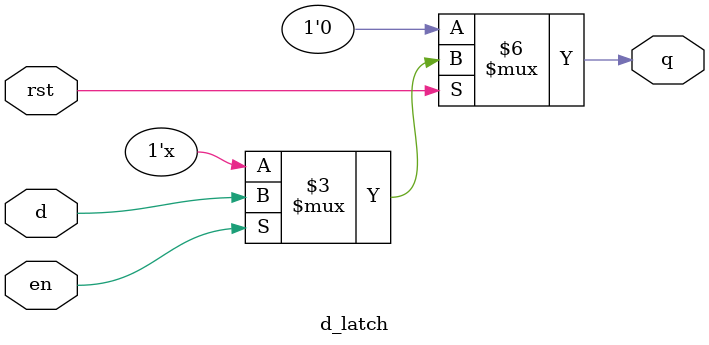
<source format=v>
module d_latch(input d,input en,input rst,output reg q);
always@(en or rst or d)
 if(!rst)
 q<=0;
 else
  if(en)
  q<=d;
  endmodule
  
</source>
